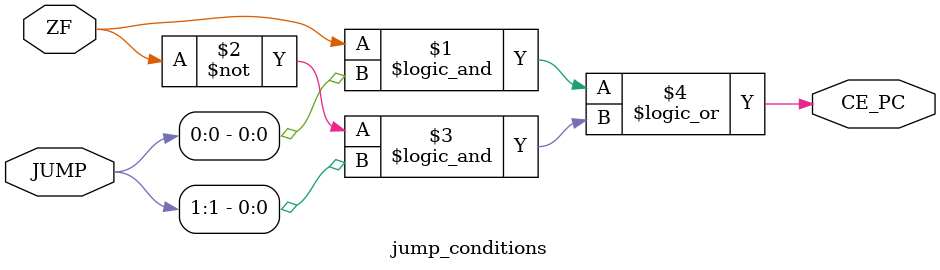
<source format=v>
`timescale 1ns/1ns

module jump_conditions (
    input [1:0] JUMP,
    input ZF,
    output CE_PC
);

assign CE_PC = ZF && JUMP[0] || ~ZF && JUMP[1];

/* Jump conditions:
JUMP =
        00  no jump
        01  JZ
        10  JNZ
        11  JMP (unconditional)
*/

endmodule // jump_conditions
</source>
